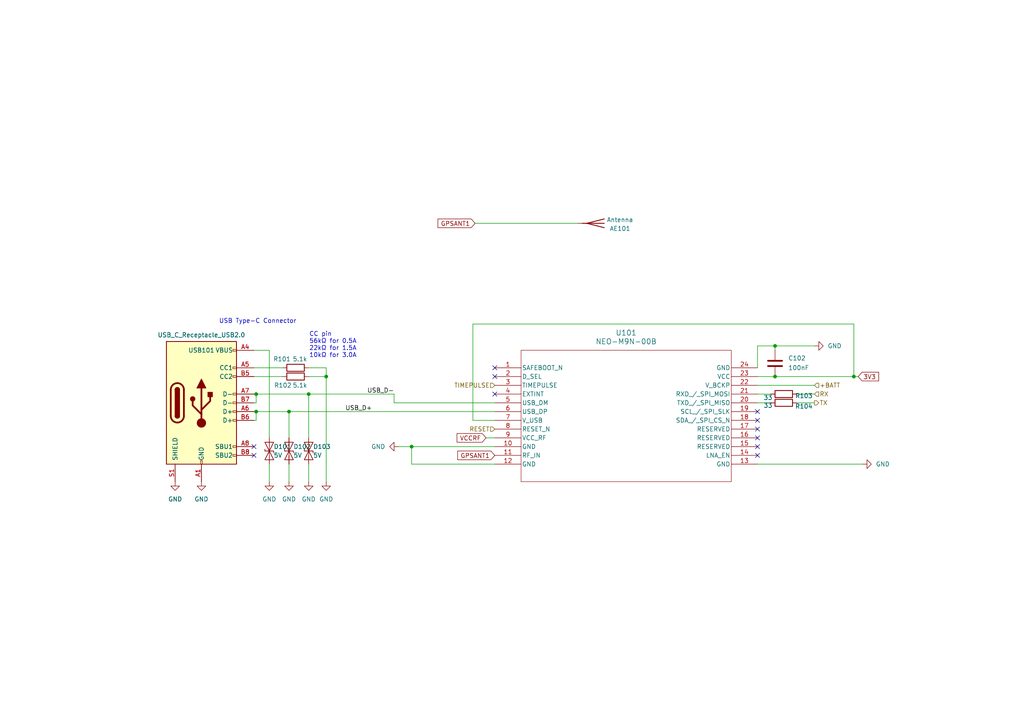
<source format=kicad_sch>
(kicad_sch (version 20231120) (generator "eeschema") (generator_version "8.0")
  (paper "A4")
  (lib_symbols
    (symbol "Connector:USB_C_Receptacle_USB2.0" (pin_names (offset 1.016))
      (property "Reference" "J" (at -10.16 19.05 0))
      (property "Value" "USB_C_Receptacle_USB2.0" (at 19.05 19.05 0))
      (symbol "USB_C_Receptacle_USB2.0_0_0"
        (rectangle (start -0.254 -17.78) (end 0.254 -16.764))
        (rectangle (start 10.16 -14.986) (end 9.144 -15.494))
        (rectangle (start 10.16 -12.446) (end 9.144 -12.954))
        (rectangle (start 10.16 -4.826) (end 9.144 -5.334))
        (rectangle (start 10.16 -2.286) (end 9.144 -2.794))
        (rectangle (start 10.16 0.254) (end 9.144 -0.254))
        (rectangle (start 10.16 2.794) (end 9.144 2.286))
        (rectangle (start 10.16 7.874) (end 9.144 7.366))
        (rectangle (start 10.16 10.414) (end 9.144 9.906))
        (rectangle (start 10.16 15.494) (end 9.144 14.986))
      )
      (symbol "USB_C_Receptacle_USB2.0_0_1"
        (rectangle (start -10.16 17.78) (end 10.16 -17.78) (stroke (width 0.254)) (fill (type background)))
        (arc (start -8.89 -3.81) (mid -6.985 -5.7067) (end -5.08 -3.81) (stroke (width 0.508)))
        (arc (start -7.62 -3.81) (mid -6.985 -4.4423) (end -6.35 -3.81) (stroke (width 0.254)))
        (arc (start -7.62 -3.81) (mid -6.985 -4.4423) (end -6.35 -3.81) (stroke (width 0.254)) (fill (type outline)))
        (rectangle (start -7.62 -3.81) (end -6.35 3.81) (stroke (width 0.254)) (fill (type outline)))
        (arc (start -6.35 3.81) (mid -6.985 4.4423) (end -7.62 3.81) (stroke (width 0.254)))
        (arc (start -6.35 3.81) (mid -6.985 4.4423) (end -7.62 3.81) (stroke (width 0.254)) (fill (type outline)))
        (arc (start -5.08 3.81) (mid -6.985 5.7067) (end -8.89 3.81) (stroke (width 0.508)))
        (circle (center -2.54 1.143) (radius 0.635) (stroke (width 0.254)) (fill (type outline)))
        (circle (center 0 -5.842) (radius 1.27) (fill (type outline)))
        (polyline (pts (xy -8.89 -3.81) (xy -8.89 3.81)) (stroke (width 0.508)))
        (polyline (pts (xy -5.08 3.81) (xy -5.08 -3.81)) (stroke (width 0.508)))
        (polyline (pts (xy 0 -5.842) (xy 0 4.318)) (stroke (width 0.508)))
        (polyline (pts (xy 0 -3.302) (xy -2.54 -0.762) (xy -2.54 0.508)) (stroke (width 0.508)))
        (polyline (pts (xy 0 -2.032) (xy 2.54 0.508) (xy 2.54 1.778)) (stroke (width 0.508)))
        (polyline (pts (xy -1.27 4.318) (xy 0 6.858) (xy 1.27 4.318) (xy -1.27 4.318)) (stroke (width 0.254)) (fill (type outline)))
        (rectangle (start 1.905 1.778) (end 3.175 3.048) (stroke (width 0.254)) (fill (type outline)))
      )
      (symbol "USB_C_Receptacle_USB2.0_1_1"
        (pin passive line (at 0 -22.86 90) (length 5.08) (name "GND") (number "A1"))
        (pin passive line (at 0 -22.86 90) (length 5.08) hide (name "GND") (number "A12"))
        (pin passive line (at 15.24 15.24 180) (length 5.08) (name "VBUS") (number "A4"))
        (pin bidirectional line (at 15.24 10.16 180) (length 5.08) (name "CC1") (number "A5"))
        (pin bidirectional line (at 15.24 -2.54 180) (length 5.08) (name "D+") (number "A6"))
        (pin bidirectional line (at 15.24 2.54 180) (length 5.08) (name "D-") (number "A7"))
        (pin bidirectional line (at 15.24 -12.7 180) (length 5.08) (name "SBU1") (number "A8"))
        (pin passive line (at 15.24 15.24 180) (length 5.08) hide (name "VBUS") (number "A9"))
        (pin passive line (at 0 -22.86 90) (length 5.08) hide (name "GND") (number "B1"))
        (pin passive line (at 0 -22.86 90) (length 5.08) hide (name "GND") (number "B12"))
        (pin passive line (at 15.24 15.24 180) (length 5.08) hide (name "VBUS") (number "B4"))
        (pin bidirectional line (at 15.24 7.62 180) (length 5.08) (name "CC2") (number "B5"))
        (pin bidirectional line (at 15.24 -5.08 180) (length 5.08) (name "D+") (number "B6"))
        (pin bidirectional line (at 15.24 0 180) (length 5.08) (name "D-") (number "B7"))
        (pin bidirectional line (at 15.24 -15.24 180) (length 5.08) (name "SBU2") (number "B8"))
        (pin passive line (at 15.24 15.24 180) (length 5.08) hide (name "VBUS") (number "B9"))
        (pin passive line (at -7.62 -22.86 90) (length 5.08) (name "SHIELD") (number "S1"))
      )
    )
    (symbol "Device:Antenna" (pin_numbers hide) (pin_names (offset 1.016) hide)
      (property "Reference" "AE" (at -1.905 1.905 0))
      (property "Value" "Antenna" (at -1.905 0 0))
      (symbol "Antenna_0_1"
        (polyline (pts (xy 0 2.54) (xy 0 -3.81)) (stroke (width 0.254)))
        (polyline (pts (xy 1.27 2.54) (xy 0 -2.54) (xy -1.27 2.54)) (stroke (width 0.254)))
      )
      (symbol "Antenna_1_1"
        (pin input line (at 0 -5.08 90) (length 2.54) (name "A") (number "1"))
      )
    )
    (symbol "Device:C" (pin_numbers hide) (pin_names (offset 0.254))
      (property "Reference" "C" (at 0.635 2.54 0))
      (property "Value" "C" (at 0.635 -2.54 0))
      (symbol "C_0_1"
        (polyline (pts (xy -2.032 -0.762) (xy 2.032 -0.762)) (stroke (width 0.508)))
        (polyline (pts (xy -2.032 0.762) (xy 2.032 0.762)) (stroke (width 0.508)))
      )
      (symbol "C_1_1"
        (pin passive line (at 0 3.81 270) (length 2.794) (name "~") (number "1"))
        (pin passive line (at 0 -3.81 90) (length 2.794) (name "~") (number "2"))
      )
    )
    (symbol "Device:R" (pin_numbers hide) (pin_names (offset 0))
      (property "Reference" "R" (at 2.032 0 90))
      (property "Value" "R" (at 0 0 90))
      (symbol "R_0_1"
        (rectangle (start -1.016 -2.54) (end 1.016 2.54) (stroke (width 0.254)))
      )
      (symbol "R_1_1"
        (pin passive line (at 0 3.81 270) (length 1.27) (name "~") (number "1"))
        (pin passive line (at 0 -3.81 90) (length 1.27) (name "~") (number "2"))
      )
    )
    (symbol "Diode:ESD9B5.0ST5G" (pin_numbers hide) (pin_names (offset 1.016) hide)
      (property "Reference" "D" (at 0 2.54 0))
      (property "Value" "ESD9B5.0ST5G" (at 0 -2.54 0))
      (symbol "ESD9B5.0ST5G_0_1"
        (polyline (pts (xy 1.27 0) (xy -1.27 0)))
        (polyline (pts (xy -2.54 -1.27) (xy 0 0) (xy -2.54 1.27) (xy -2.54 -1.27)) (stroke (width 0.2032)))
        (polyline (pts (xy 0.508 1.27) (xy 0 1.27) (xy 0 -1.27) (xy -0.508 -1.27)) (stroke (width 0.2032)))
        (polyline (pts (xy 2.54 1.27) (xy 2.54 -1.27) (xy 0 0) (xy 2.54 1.27)) (stroke (width 0.2032)))
      )
      (symbol "ESD9B5.0ST5G_1_1"
        (pin passive line (at -3.81 0 0) (length 2.54) (name "A1") (number "1"))
        (pin passive line (at 3.81 0 180) (length 2.54) (name "A2") (number "2"))
      )
    )
    (symbol "WOBClibrary:NEO-M9N-00B" (pin_names (offset 0.254))
      (property "Reference" "U" (at 38.1 10.16 0))
      (property "Value" "NEO-M9N-00B" (at 38.1 7.62 0))
      (symbol "NEO-M9N-00B_0_1"
        (polyline (pts (xy 7.62 -33.02) (xy 68.58 -33.02)) (stroke (width 0.127)))
        (polyline (pts (xy 7.62 5.08) (xy 7.62 -33.02)) (stroke (width 0.127)))
        (polyline (pts (xy 68.58 -33.02) (xy 68.58 5.08)) (stroke (width 0.127)))
        (polyline (pts (xy 68.58 5.08) (xy 7.62 5.08)) (stroke (width 0.127)))
        (pin unspecified line (at 0 0 0) (length 7.62) (name "SAFEBOOT_N") (number "1"))
        (pin power_out line (at 0 -22.86 0) (length 7.62) (name "GND") (number "10"))
        (pin unspecified line (at 0 -25.4 0) (length 7.62) (name "RF_IN") (number "11"))
        (pin power_out line (at 0 -27.94 0) (length 7.62) (name "GND") (number "12"))
        (pin power_out line (at 76.2 -27.94 180) (length 7.62) (name "GND") (number "13"))
        (pin unspecified line (at 76.2 -25.4 180) (length 7.62) (name "LNA_EN") (number "14"))
        (pin unspecified line (at 76.2 -22.86 180) (length 7.62) (name "RESERVED") (number "15"))
        (pin unspecified line (at 76.2 -20.32 180) (length 7.62) (name "RESERVED") (number "16"))
        (pin unspecified line (at 76.2 -17.78 180) (length 7.62) (name "RESERVED") (number "17"))
        (pin unspecified line (at 76.2 -15.24 180) (length 7.62) (name "SDA_/_SPI_CS_N") (number "18"))
        (pin unspecified line (at 76.2 -12.7 180) (length 7.62) (name "SCL_/_SPI_SLK") (number "19"))
        (pin unspecified line (at 0 -2.54 0) (length 7.62) (name "D_SEL") (number "2"))
        (pin unspecified line (at 76.2 -10.16 180) (length 7.62) (name "TXD_/_SPI_MISO") (number "20"))
        (pin unspecified line (at 76.2 -7.62 180) (length 7.62) (name "RXD_/_SPI_MOSI") (number "21"))
        (pin unspecified line (at 76.2 -5.08 180) (length 7.62) (name "V_BCKP") (number "22"))
        (pin power_in line (at 76.2 -2.54 180) (length 7.62) (name "VCC") (number "23"))
        (pin power_out line (at 76.2 0 180) (length 7.62) (name "GND") (number "24"))
        (pin unspecified line (at 0 -5.08 0) (length 7.62) (name "TIMEPULSE") (number "3"))
        (pin unspecified line (at 0 -7.62 0) (length 7.62) (name "EXTINT") (number "4"))
        (pin unspecified line (at 0 -10.16 0) (length 7.62) (name "USB_DM") (number "5"))
        (pin unspecified line (at 0 -12.7 0) (length 7.62) (name "USB_DP") (number "6"))
        (pin unspecified line (at 0 -15.24 0) (length 7.62) (name "V_USB") (number "7"))
        (pin unspecified line (at 0 -17.78 0) (length 7.62) (name "RESET_N") (number "8"))
        (pin power_in line (at 0 -20.32 0) (length 7.62) (name "VCC_RF") (number "9"))
      )
    )
    (symbol "power:GND" (power) (pin_names (offset 0))
      (property "Value" "GND" (at 0 -3.81 0))
      (symbol "GND_0_1"
        (polyline (pts (xy 0 0) (xy 0 -1.27) (xy 1.27 -1.27) (xy 0 -2.54) (xy -1.27 -1.27) (xy 0 -1.27)))
      )
      (symbol "GND_1_1"
        (pin power_in line (at 0 0 270) (length 0) hide (name "GND") (number "1"))
      )
    )
  )
  (junction (at 83.82 119.38))
  (junction (at 224.79 109.22))
  (junction (at 74.295 114.3))
  (junction (at 94.615 109.22))
  (junction (at 224.79 100.33))
  (junction (at 89.535 114.3))
  (junction (at 119.38 129.54))
  (junction (at 74.295 119.38))
  (junction (at 247.65 109.22))
  (no_connect (at 73.66 132.08))
  (no_connect (at 143.51 109.22))
  (no_connect (at 219.71 129.54))
  (no_connect (at 219.71 124.46))
  (no_connect (at 219.71 127))
  (no_connect (at 73.66 129.54))
  (no_connect (at 143.51 106.68))
  (no_connect (at 219.71 121.92))
  (no_connect (at 143.51 114.3))
  (no_connect (at 219.71 132.08))
  (no_connect (at 219.71 119.38))
  (wire (pts (xy 114.3 116.84) (xy 114.3 114.3)))
  (wire (pts (xy 219.71 109.22) (xy 224.79 109.22)))
  (wire (pts (xy 74.295 116.84) (xy 74.295 114.3)))
  (wire (pts (xy 83.82 139.7) (xy 83.82 134.62)))
  (wire (pts (xy 143.51 121.92) (xy 137.16 121.92)))
  (wire (pts (xy 78.105 101.6) (xy 73.66 101.6)))
  (wire (pts (xy 73.66 116.84) (xy 74.295 116.84)))
  (wire (pts (xy 247.65 93.98) (xy 247.65 109.22)))
  (wire (pts (xy 140.97 127) (xy 143.51 127)))
  (wire (pts (xy 83.82 119.38) (xy 143.51 119.38)))
  (wire (pts (xy 137.795 64.77) (xy 167.64 64.77)))
  (wire (pts (xy 224.79 100.33) (xy 236.22 100.33)))
  (wire (pts (xy 89.535 114.3) (xy 114.3 114.3)))
  (wire (pts (xy 137.16 93.98) (xy 247.65 93.98)))
  (wire (pts (xy 78.105 101.6) (xy 78.105 127)))
  (wire (pts (xy 219.71 100.33) (xy 224.79 100.33)))
  (wire (pts (xy 143.51 116.84) (xy 114.3 116.84)))
  (wire (pts (xy 119.38 134.62) (xy 119.38 129.54)))
  (wire (pts (xy 94.615 109.22) (xy 94.615 139.7)))
  (wire (pts (xy 74.295 114.3) (xy 89.535 114.3)))
  (wire (pts (xy 94.615 106.68) (xy 94.615 109.22)))
  (wire (pts (xy 115.57 129.54) (xy 119.38 129.54)))
  (wire (pts (xy 83.82 119.38) (xy 74.295 119.38)))
  (wire (pts (xy 219.71 134.62) (xy 250.19 134.62)))
  (wire (pts (xy 247.65 109.22) (xy 248.92 109.22)))
  (wire (pts (xy 73.66 114.3) (xy 74.295 114.3)))
  (wire (pts (xy 219.71 116.84) (xy 223.52 116.84)))
  (wire (pts (xy 83.82 119.38) (xy 83.82 127)))
  (wire (pts (xy 89.535 114.3) (xy 89.535 127)))
  (wire (pts (xy 224.79 109.22) (xy 247.65 109.22)))
  (wire (pts (xy 73.66 121.92) (xy 74.295 121.92)))
  (wire (pts (xy 78.105 139.7) (xy 78.105 134.62)))
  (wire (pts (xy 89.535 109.22) (xy 94.615 109.22)))
  (wire (pts (xy 119.38 129.54) (xy 143.51 129.54)))
  (wire (pts (xy 231.14 114.3) (xy 236.22 114.3)))
  (wire (pts (xy 219.71 114.3) (xy 223.52 114.3)))
  (wire (pts (xy 224.79 100.33) (xy 224.79 101.6)))
  (wire (pts (xy 231.14 116.84) (xy 236.22 116.84)))
  (wire (pts (xy 74.295 119.38) (xy 73.66 119.38)))
  (wire (pts (xy 81.915 106.68) (xy 73.66 106.68)))
  (wire (pts (xy 219.71 111.76) (xy 236.22 111.76)))
  (wire (pts (xy 89.535 106.68) (xy 94.615 106.68)))
  (wire (pts (xy 89.535 139.7) (xy 89.535 134.62)))
  (wire (pts (xy 143.51 134.62) (xy 119.38 134.62)))
  (wire (pts (xy 74.295 121.92) (xy 74.295 119.38)))
  (wire (pts (xy 137.16 121.92) (xy 137.16 93.98)))
  (wire (pts (xy 81.915 109.22) (xy 73.66 109.22)))
  (wire (pts (xy 219.71 100.33) (xy 219.71 106.68)))
  (text "USB Type-C Connector" (at 63.5 93.98 0) (effects (font (size 1.27 1.27)) (justify left bottom)))
  (text "CC pin\n56kΩ for 0.5A\n22kΩ for 1.5A\n10kΩ for 3.0A" (at 89.662 103.886 0) (effects (font (size 1.27 1.27)) (justify left bottom)))
  (label "USB_D-" (at 114.3 114.3 180))
  (label "USB_D+" (at 107.95 119.38 180))
  (global_label "VCCRF" (shape input) (at 140.97 127 180) (property "Intersheetrefs" "${INTERSHEET_REFS}" (effects (hide yes))))
  (global_label "GPSANT1" (shape input) (at 137.795 64.77 180) (property "Intersheetrefs" "${INTERSHEET_REFS}" (effects (hide yes))))
  (global_label "3V3" (shape input) (at 248.92 109.22 0) (property "Intersheetrefs" "${INTERSHEET_REFS}" (effects (hide yes))))
  (global_label "GPSANT1" (shape input) (at 143.51 132.08 180) (property "Intersheetrefs" "${INTERSHEET_REFS}" (effects (hide yes))))
  (hierarchical_label "RESET" (shape input) (at 143.51 124.46 180))
  (hierarchical_label "TX" (shape output) (at 236.22 116.84 0))
  (hierarchical_label "TIMEPULSE" (shape input) (at 143.51 111.76 180))
  (hierarchical_label "+BATT" (shape input) (at 236.22 111.76 0))
  (hierarchical_label "RX" (shape input) (at 236.22 114.3 0))
  (symbol (lib_id "power:GND") (at 89.535 139.7 0) (unit 1)
    (property "Reference" "#PWR0105" (effects (hide yes)))
    (property "Value" "GND" (at 89.535 144.78 0))
  )
  (symbol (lib_id "power:GND") (at 58.42 139.7 0) (unit 1)
    (property "Reference" "#PWR0102" (effects (hide yes)))
    (property "Value" "GND" (at 58.42 144.78 0))
  )
  (symbol (lib_id "Diode:ESD9B5.0ST5G") (at 83.82 130.81 90) (unit 1)
    (property "Reference" "D102" (at 85.09 129.54 90) (effects (justify right)))
    (property "Value" "5V" (at 85.09 132.08 90) (effects (justify right)))
    (property "Footprint" "Diode_SMD:D_SOD-882D" (effects (hide yes)))
    (property "Datasheet" "https://www.onsemi.com/pub/Collateral/ESD9B-D.PDF" (effects (hide yes)))
    (property "LCSC" "C7420372" (effects (hide yes)))
  )
  (symbol (lib_id "Connector:USB_C_Receptacle_USB2.0") (at 58.42 116.84 0) (unit 1)
    (property "Reference" "USB101" (at 58.42 101.6 0))
    (property "Value" "USB_C_Receptacle_USB2.0" (at 58.42 97.155 0))
    (property "Footprint" "Connector_USB:USB_C_Receptacle_XKB_U262-16XN-4BVC11" (effects (hide yes)))
    (property "Datasheet" "https://www.usb.org/sites/default/files/documents/usb_type-c.zip" (effects (hide yes)))
    (property "LCSC" "C2982481" (effects (hide yes)))
  )
  (symbol (lib_id "power:GND") (at 250.19 134.62 90) (unit 1)
    (property "Reference" "#PWR0110" (effects (hide yes)))
    (property "Value" "GND" (at 254 134.6199 90) (effects (justify right)))
  )
  (symbol (lib_id "power:GND") (at 115.57 129.54 270) (unit 1)
    (property "Reference" "#PWR0107" (effects (hide yes)))
    (property "Value" "GND" (at 111.76 129.5399 90) (effects (justify right)))
  )
  (symbol (lib_id "power:GND") (at 236.22 100.33 90) (unit 1)
    (property "Reference" "#PWR0108" (effects (hide yes)))
    (property "Value" "GND" (at 240.03 100.3299 90) (effects (justify right)))
  )
  (symbol (lib_id "Device:R") (at 85.725 109.22 90) (unit 1)
    (property "Reference" "R102" (at 82.042 111.76 90))
    (property "Value" "5.1k" (at 86.995 111.76 90))
    (property "Footprint" "Resistor_SMD:R_0402_1005Metric" (effects (hide yes)))
    (property "LCSC" "C25905" (effects (hide yes)))
  )
  (symbol (lib_id "Device:R") (at 227.33 116.84 270) (unit 1)
    (property "Reference" "R104" (at 233.172 117.856 90))
    (property "Value" "33" (at 222.758 117.602 90))
    (property "Footprint" "Resistor_SMD:R_0402_1005Metric" (effects (hide yes)))
    (property "LCSC" "C25105" (effects (hide yes)))
  )
  (symbol (lib_id "power:GND") (at 94.615 139.7 0) (unit 1)
    (property "Reference" "#PWR0106" (effects (hide yes)))
    (property "Value" "GND" (at 94.615 144.78 0))
  )
  (symbol (lib_id "power:GND") (at 78.105 139.7 0) (unit 1)
    (property "Reference" "#PWR0103" (effects (hide yes)))
    (property "Value" "GND" (at 78.105 144.78 0))
  )
  (symbol (lib_id "Device:Antenna") (at 172.72 64.77 270) (unit 1)
    (property "Reference" "AE101" (at 179.832 66.294 90))
    (property "Value" "Antenna" (at 179.832 63.754 90))
    (property "Footprint" "WOBClibrary:GNSS_Antenna_1212" (effects (hide yes)))
  )
  (symbol (lib_id "power:GND") (at 50.8 139.7 0) (unit 1)
    (property "Reference" "#PWR0101" (effects (hide yes)))
    (property "Value" "GND" (at 50.8 144.78 0))
  )
  (symbol (lib_id "Diode:ESD9B5.0ST5G") (at 78.105 130.81 90) (unit 1)
    (property "Reference" "D101" (at 79.375 129.54 90) (effects (justify right)))
    (property "Value" "5V" (at 79.375 132.08 90) (effects (justify right)))
    (property "Footprint" "Diode_SMD:D_SOD-882D" (effects (hide yes)))
    (property "Datasheet" "https://www.onsemi.com/pub/Collateral/ESD9B-D.PDF" (effects (hide yes)))
    (property "LCSC" "C7420372" (effects (hide yes)))
  )
  (symbol (lib_id "Device:C") (at 224.79 105.41 0) (unit 1)
    (property "Reference" "C102" (at 228.6 103.886 0) (effects (justify left)))
    (property "Value" "100nF" (at 228.6 106.68 0) (effects (justify left)))
    (property "Footprint" "Capacitor_SMD:C_0402_1005Metric" (effects (hide yes)))
    (property "LCSC" "C1525" (effects (hide yes)))
  )
  (symbol (lib_id "WOBClibrary:NEO-M9N-00B") (at 143.51 106.68 0) (unit 1)
    (property "Reference" "U101" (at 181.61 96.52 0) (effects (font (size 1.524 1.524))))
    (property "Value" "NEO-M9N-00B" (at 181.61 99.06 0) (effects (font (size 1.524 1.524))))
    (property "Footprint" "WOBCLibrary:ATGM332D-5N31" (effects (hide yes)))
    (property "Datasheet" "NEO-M9N-00B" (effects (hide yes)))
  )
  (symbol (lib_id "Device:R") (at 85.725 106.68 90) (unit 1)
    (property "Reference" "R101" (at 81.788 104.14 90))
    (property "Value" "5.1k" (at 86.995 104.14 90))
    (property "Footprint" "Resistor_SMD:R_0402_1005Metric" (effects (hide yes)))
    (property "LCSC" "C25905" (effects (hide yes)))
  )
  (symbol (lib_id "power:GND") (at 83.82 139.7 0) (unit 1)
    (property "Reference" "#PWR0104" (effects (hide yes)))
    (property "Value" "GND" (at 83.82 144.78 0))
  )
  (symbol (lib_id "Diode:ESD9B5.0ST5G") (at 89.535 130.81 90) (unit 1)
    (property "Reference" "D103" (at 90.805 129.54 90) (effects (justify right)))
    (property "Value" "5V" (at 90.805 132.08 90) (effects (justify right)))
    (property "Footprint" "Diode_SMD:D_SOD-882D" (effects (hide yes)))
    (property "Datasheet" "https://www.onsemi.com/pub/Collateral/ESD9B-D.PDF" (effects (hide yes)))
    (property "LCSC" "C7420372" (effects (hide yes)))
  )
  (symbol (lib_id "Device:R") (at 227.33 114.3 270) (unit 1)
    (property "Reference" "R103" (at 233.172 114.808 90))
    (property "Value" "33" (at 222.758 115.316 90))
    (property "Footprint" "Resistor_SMD:R_0402_1005Metric" (effects (hide yes)))
    (property "LCSC" "C25105" (effects (hide yes)))
  )
)
</source>
